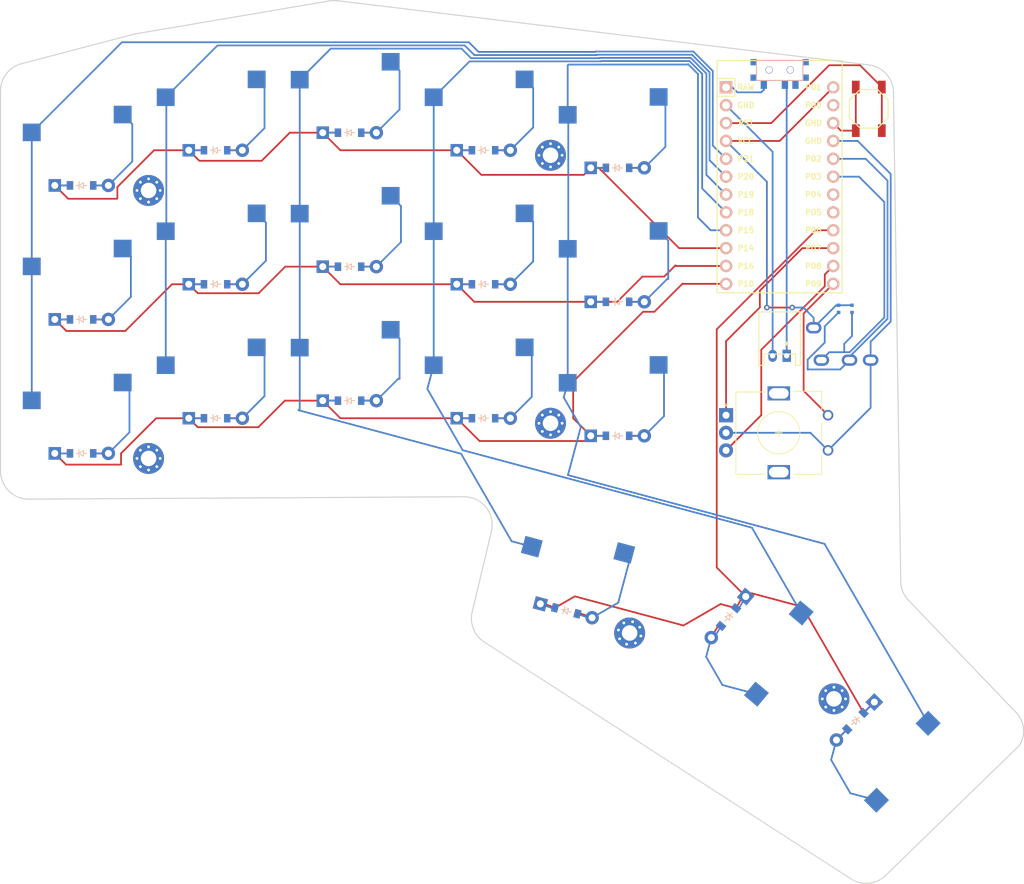
<source format=kicad_pcb>
(kicad_pcb (version 20221018) (generator pcbnew)
  (title_block (title "juubo_left") (rev "v1.0.0") (company "Unknown"))
  (layers (0 "F.Cu" signal) (31 "B.Cu" signal) (34 "B.Paste" user) (35 "F.Paste" user) (36 "B.SilkS" user "B.Silkscreen") (37 "F.SilkS" user "F.Silkscreen") (38 "B.Mask" user) (39 "F.Mask" user) (44 "Edge.Cuts" user))
  (net 0 "")
  (net 1 "P9")
  (net 2 "GND")
  (net 3 "P7")
  (net 4 "P8")
  (net 5 "P21")
  (net 6 "pinky_bottom")
  (net 7 "pinky_home")
  (net 8 "pinky_top")
  (net 9 "P20")
  (net 10 "ring_bottom")
  (net 11 "ring_home")
  (net 12 "ring_top")
  (net 13 "P19")
  (net 14 "middle_bottom")
  (net 15 "middle_home")
  (net 16 "middle_top")
  (net 17 "P18")
  (net 18 "index_bottom")
  (net 19 "index_home")
  (net 20 "index_top")
  (net 21 "P15")
  (net 22 "inner_bottom")
  (net 23 "inner_home")
  (net 24 "inner_top")
  (net 25 "layer_cluster")
  (net 26 "space_cluster")
  (net 27 "extra_cluster")
  (net 28 "P10")
  (net 29 "P16")
  (net 30 "P14")
  (net 31 "P6")
  (net 32 "RAW")
  (net 33 "RST")
  (net 34 "VCC")
  (net 35 "P0")
  (net 36 "P2")
  (net 37 "P3")
  (net 38 "P4")
  (net 39 "P5")
  (net 40 "B+")
  (footprint "E73:SPDT_C128955" (layer "F.Cu") (at 187.613786 48.4125)
    (fp_text reference "T1" hide)
    (fp_text value "" hide)
  )
  (footprint "E73:SW_TACT_ALPS_SKQGABE010" (layer "F.Cu") (at 200.291286 53.94591 90)
    (fp_text reference "B1" hide)
    (fp_text value "" hide)
  )
  (footprint "JST_PH_S2B-PH-K_02x2.00mm_Angled" (layer "F.Cu") (at 187.613785 89.063409 180)
    (fp_text reference "JST1" hide)
    (fp_text value "" hide)
  )
  (footprint "ComboDiode" (layer "F.Cu") (at 107.413787 97.935909)
    (fp_text reference "D4" hide)
    (fp_text value "" hide)
  )
  (footprint "MX" (layer "F.Cu") (at 126.463783 52.335909)
    (fp_text reference "S9" hide)
    (fp_text value "" hide)
  )
  (footprint "ComboDiode" (layer "F.Cu") (at 107.413784 59.835912)
    (fp_text reference "D6" hide)
    (fp_text value "" hide)
  )
  (footprint "TRRS-PJ-320A-dual" (layer "F.Cu") (at 203.748785 89.673409 -90)
    (fp_text reference "TRRS1")
    (fp_text value "TRRS-PJ-320A-dual")
  )
  (footprint "ComboDiode" (layer "F.Cu") (at 107.413783 78.885908)
    (fp_text reference "D5" hide)
    (fp_text value "" hide)
  )
  (footprint "MX" (layer "F.Cu") (at 88.363786 97.935909)
    (fp_text reference "S1" hide)
    (fp_text value "" hide)
  )
  (footprint "MX" (layer "F.Cu") (at 107.413785 54.83591)
    (fp_text reference "S6" hide)
    (fp_text value "" hide)
  )
  (footprint "ComboDiode" (layer "F.Cu") (at 164.563785 62.335911)
    (fp_text reference "D15" hide)
    (fp_text value "" hide)
  )
  (footprint "MX" (layer "F.Cu") (at 126.463784 90.435911)
    (fp_text reference "S7" hide)
    (fp_text value "" hide)
  )
  (footprint "MX" (layer "F.Cu") (at 145.513785 92.93591)
    (fp_text reference "S10" hide)
    (fp_text value "" hide)
  )
  (footprint "MountingHole_2.2mm_M2_Pad_Via" (layer "F.Cu") (at 155.038789 60.55091)
    (fp_text reference "_2" hide)
    (fp_text value "")
  )
  (footprint "rotary_encoder" (layer "F.Cu") (at 187.613785 100.045912)
    (fp_text reference "ROT1" hide)
    (fp_text value "")
  )
  (footprint "ComboDiode" (layer "F.Cu") (at 126.463784 76.385911)
    (fp_text reference "D8" hide)
    (fp_text value "" hide)
  )
  (footprint "ComboDiode" (layer "F.Cu") (at 126.463784 57.33591)
    (fp_text reference "D9" hide)
    (fp_text value "" hide)
  )
  (footprint "ComboDiode" (layer "F.Cu") (at 145.513784 78.88591)
    (fp_text reference "D11" hide)
    (fp_text value "" hide)
  )
  (footprint "MX" (layer "F.Cu") (at 158.563786 120.485912 -15)
    (fp_text reference "S16" hide)
    (fp_text value "" hide)
  )
  (footprint "ComboDiode" (layer "F.Cu") (at 88.363784 102.935911)
    (fp_text reference "D1" hide)
    (fp_text value "" hide)
  )
  (footprint "ComboDiode" (layer "F.Cu") (at 145.513785 97.935908)
    (fp_text reference "D10" hide)
    (fp_text value "" hide)
  )
  (footprint "ComboDiode" (layer "F.Cu") (at 164.563786 81.38591)
    (fp_text reference "D14" hide)
    (fp_text value "" hide)
  )
  (footprint "MountingHole_2.2mm_M2_Pad_Via" (layer "F.Cu") (at 155.038784 98.650911)
    (fp_text reference "_6" hide)
    (fp_text value "")
  )
  (footprint "ComboDiode" (layer "F.Cu") (at 126.463785 95.435911)
    (fp_text reference "D7" hide)
    (fp_text value "" hide)
  )
  (footprint "ProMicro" (layer "F.Cu") (at 187.613787 64.860909 -90)
    (fp_text reference "MCU1" hide)
    (fp_text value "" hide)
  )
  (footprint "MX" (layer "F.Cu") (at 145.513787 54.835911)
    (fp_text reference "S12" hide)
    (fp_text value "" hide)
  )
  (footprint "MX" (layer "F.Cu") (at 88.363785 59.835911)
    (fp_text reference "S3" hide)
    (fp_text value "" hide)
  )
  (footprint "MX" (layer "F.Cu") (at 145.513785 73.885909)
    (fp_text reference "S11" hide)
    (fp_text value "" hide)
  )
  (footprint "MountingHole_2.2mm_M2_Pad_Via" (layer "F.Cu") (at 97.888786 103.650911)
    (fp_text reference "_3" hide)
    (fp_text value "")
  )
  (footprint "MX" (layer "F.Cu") (at 184.174439 129.418819 -130)
    (fp_text reference "S17" hide)
    (fp_text value "" hide)
  )
  (footprint "MountingHole_2.2mm_M2_Pad_Via" (layer "F.Cu") (at 195.333274 137.833274 -135)
    (fp_text reference "_5" hide)
    (fp_text value "")
  )
  (footprint "ComboDiode" (layer "F.Cu") (at 88.363786 64.835909)
    (fp_text reference "D3" hide)
    (fp_text value "" hide)
  )
  (footprint "ComboDiode" (layer "F.Cu") (at 157.269692 125.315539 -15)
    (fp_text reference "D16" hide)
    (fp_text value "" hide)
  )
  (footprint "ComboDiode" (layer "F.Cu") (at 88.363785 83.885911)
    (fp_text reference "D2" hide)
    (fp_text value "" hide)
  )
  (footprint "MX" (layer "F.Cu") (at 201.918989 144.526213 -135)
    (fp_text reference "S18" hide)
    (fp_text value "" hide)
  )
  (footprint "MountingHole_2.2mm_M2_Pad_Via" (layer "F.Cu") (at 166.28508 128.47143 -15)
    (fp_text reference "_4" hide)
    (fp_text value "")
  )
  (footprint "ComboDiode" (layer "F.Cu") (at 164.563786 100.43591)
    (fp_text reference "D13" hide)
    (fp_text value "" hide)
  )
  (footprint "MX" (layer "F.Cu") (at 107.413786 92.935912)
    (fp_text reference "S4" hide)
    (fp_text value "" hide)
  )
  (footprint "MountingHole_2.2mm_M2_Pad_Via" (layer "F.Cu") (at 97.888787 65.55091)
    (fp_text reference "_1" hide)
    (fp_text value "")
  )
  (footprint "MX" (layer "F.Cu") (at 88.363785 78.885908)
    (fp_text reference "S2" hide)
    (fp_text value "" hide)
  )
  (footprint "MX" (layer "F.Cu") (at 164.563785 57.335911)
    (fp_text reference "S15" hide)
    (fp_text value "" hide)
  )
  (footprint "MX" (layer "F.Cu") (at 126.463787 71.385911)
    (fp_text reference "S8" hide)
    (fp_text value "" hide)
  )
  (footprint "ComboDiode" (layer "F.Cu") (at 198.383457 140.990682 -135)
    (fp_text reference "D18" hide)
    (fp_text value "" hide)
  )
  (footprint "MX" (layer "F.Cu") (at 164.563783 76.385911)
    (fp_text reference "S14" hide)
    (fp_text value "" hide)
  )
  (footprint "ComboDiode" (layer "F.Cu") (at 180.344219 126.204878 -130)
    (fp_text reference "D17" hide)
    (fp_text value "" hide)
  )
  (footprint "MX" (layer "F.Cu") (at 107.413784 73.88591)
    (fp_text reference "S5" hide)
    (fp_text value "" hide)
  )
  (footprint "MX" (layer "F.Cu") (at 164.563786 95.435911)
    (fp_text reference "S13" hide)
    (fp_text value "" hide)
  )
  (footprint "ComboDiode" (layer "F.Cu") (at 145.513787 59.835909)
    (fp_text reference "D12" hide)
    (fp_text value "" hide)
  )
  (footprint "RES_ERJ2RKF4701X" (layer "B.Cu") (at 197.901286 82.385911 -90)
    (fp_text reference "DISP1" hide)
    (fp_text value "RES_ERJ2RKF4701X")
  )
  (footprint "RES_ERJ2RKF4701X" (layer "B.Cu") (at 195.996287 82.385909 -90)
    (fp_text reference "DISP2" hide)
    (fp_text value "RES_ERJ2RKF4701X")
  )
  (gr_arc (start 142.722221 109.098913) (mid 145.877217 110.612025) (end 146.634761 114.028112) (stroke (width 0.15)) (layer "Edge.Cuts"))
  (gr_arc (start 95.717823 43.355782) (mid 95.889609 43.314727) (end 96.063039 43.281294) (stroke (width 0.15)) (layer "Edge.Cuts"))
  (gr_arc (start 123.58592 38.603279) (mid 124.159797 38.547878) (end 124.735675 38.575565) (stroke (width 0.15)) (layer "Edge.Cuts"))
  (gr_line (start 96.063039 43.281294) (end 123.58592 38.603279) (stroke (width 0.15)) (layer "Edge.Cuts"))
  (gr_line (start 142.722221 109.098913) (end 80.860764 109.438811) (stroke (width 0.15)) (layer "Edge.Cuts"))
  (gr_line (start 197.688861 163.388522) (end 145.621497 129.763273) (stroke (width 0.15)) (layer "Edge.Cuts"))
  (gr_arc (start 80.860763 109.438813) (mid 78.018185 108.27504) (end 76.838785 105.438871) (stroke (width 0.15)) (layer "Edge.Cuts"))
  (gr_line (start 203.800645 51.608921) (end 204.832746 121.127688) (stroke (width 0.15)) (layer "Edge.Cuts"))
  (gr_line (start 205.945229 123.836839) (end 221.356715 139.908255) (stroke (width 0.15)) (layer "Edge.Cuts"))
  (gr_arc (start 76.838784 51.396523) (mid 77.67162 48.953369) (end 79.823311 47.527571) (stroke (width 0.15)) (layer "Edge.Cuts"))
  (gr_line (start 124.735675 38.575565) (end 200.280578 47.697146) (stroke (width 0.15)) (layer "Edge.Cuts"))
  (gr_arc (start 205.945229 123.836839) (mid 205.132139 122.587738) (end 204.832746 121.127688) (stroke (width 0.15)) (layer "Edge.Cuts"))
  (gr_arc (start 200.280578 47.697143) (mid 202.774498 48.99265) (end 203.800645 51.608921) (stroke (width 0.15)) (layer "Edge.Cuts"))
  (gr_line (start 202.748997 162.877717) (end 221.659673 144.499586) (stroke (width 0.15)) (layer "Edge.Cuts"))
  (gr_arc (start 145.621497 129.763273) (mid 144.079016 127.892173) (end 143.900962 125.473809) (stroke (width 0.15)) (layer "Edge.Cuts"))
  (gr_line (start 76.838785 105.438871) (end 76.838784 51.396523) (stroke (width 0.15)) (layer "Edge.Cuts"))
  (gr_line (start 79.823311 47.527571) (end 95.717823 43.355782) (stroke (width 0.15)) (layer "Edge.Cuts"))
  (gr_line (start 143.900962 125.473809) (end 146.634761 114.028112) (stroke (width 0.15)) (layer "Edge.Cuts"))
  (gr_arc (start 202.748997 162.877717) (mid 200.311135 164.046527) (end 197.688861 163.388522) (stroke (width 0.15)) (layer "Edge.Cuts"))
  (gr_arc (start 221.356714 139.908256) (mid 222.292209 142.152188) (end 221.659673 144.499586) (stroke (width 0.15)) (layer "Edge.Cuts"))
  (segment (start 191.023785 94.035912) (end 191.023785 83.040911) (width 0.25) (layer "F.Cu") (net 1))
  (segment (start 194.493785 97.505912) (end 191.023785 94.035912) (width 0.25) (layer "F.Cu") (net 1))
  (segment (start 191.023785 83.040911) (end 195.233787 78.830909) (width 0.25) (layer "F.Cu") (net 1))
  (segment (start 198.441286 57.04591) (end 196.308788 57.04591) (width 0.25) (layer "F.Cu") (net 2))
  (segment (start 198.441286 57.04591) (end 198.441286 50.84591) (width 0.25) (layer "F.Cu") (net 2))
  (segment (start 196.308788 57.04591) (end 195.233787 55.970909) (width 0.25) (layer "F.Cu") (net 2))
  (segment (start 203.4 84.2) (end 203.4 63.2) (width 0.25) (layer "B.Cu") (net 2))
  (segment (start 194.493785 102.505912) (end 200.548785 96.450912) (width 0.25) (layer "B.Cu") (net 2))
  (segment (start 198.710909 58.510909) (end 195.233787 58.510909) (width 0.25) (layer "B.Cu") (net 2))
  (segment (start 179.993785 100.005912) (end 191.993785 100.005912) (width 0.25) (layer "B.Cu") (net 2))
  (segment (start 186.613785 60.050907) (end 179.993787 53.430909) (width 0.25) (layer "B.Cu") (net 2))
  (segment (start 191.993785 100.005912) (end 194.493785 102.505912) (width 0.25) (layer "B.Cu") (net 2))
  (segment (start 200.548785 96.450912) (end 200.548785 89.673409) (width 0.25) (layer "B.Cu") (net 2))
  (segment (start 203.4 63.2) (end 198.710909 58.510909) (width 0.25) (layer "B.Cu") (net 2))
  (segment (start 200.548785 87.051215) (end 203.4 84.2) (width 0.25) (layer "B.Cu") (net 2))
  (segment (start 186.613785 89.063409) (end 186.613785 60.050907) (width 0.25) (layer "B.Cu") (net 2))
  (segment (start 200.548785 89.673409) (end 200.548785 87.051215) (width 0.25) (layer "B.Cu") (net 2))
  (segment (start 179.993785 97.505912) (end 179.993785 86.98091) (width 0.25) (layer "F.Cu") (net 3))
  (segment (start 184.8 82.174695) (end 184.8 79.8) (width 0.25) (layer "F.Cu") (net 3))
  (segment (start 190.849091 73.750909) (end 195.233787 73.750909) (width 0.25) (layer "F.Cu") (net 3))
  (segment (start 179.993785 86.98091) (end 184.8 82.174695) (width 0.25) (layer "F.Cu") (net 3))
  (segment (start 184.8 79.8) (end 190.849091 73.750909) (width 0.25) (layer "F.Cu") (net 3))
  (segment (start 179.993785 102.505912) (end 185 97.499697) (width 0.25) (layer "F.Cu") (net 4))
  (segment (start 194.032487 77.492209) (end 195.233787 76.290909) (width 0.25) (layer "F.Cu") (net 4))
  (segment (start 194.032487 79.167513) (end 194.032487 77.492209) (width 0.25) (layer "F.Cu") (net 4))
  (segment (start 185 97.499697) (end 185 88.2) (width 0.25) (layer "F.Cu") (net 4))
  (segment (start 185 88.2) (end 194.032487 79.167513) (width 0.25) (layer "F.Cu") (net 4))
  (segment (start 144.8 45.85) (end 161.4 45.85) (width 0.25) (layer "B.Cu") (net 5))
  (segment (start 81.278785 57.295911) (end 81.278786 76.345909) (width 0.25) (layer "B.Cu") (net 5))
  (segment (start 81.278785 57.295911) (end 94.093787 44.480909) (width 0.25) (layer "B.Cu") (net 5))
  (segment (start 175.345584 45.8) (end 178.1 48.554416) (width 0.25) (layer "B.Cu") (net 5))
  (segment (start 178.1 48.554416) (end 178.1 59.157122) (width 0.25) (layer "B.Cu") (net 5))
  (segment (start 94.093787 44.480909) (end 143.430909 44.480909) (width 0.25) (layer "B.Cu") (net 5))
  (segment (start 161.45 45.8) (end 175.345584 45.8) (width 0.25) (layer "B.Cu") (net 5))
  (segment (start 143.430909 44.480909) (end 144.8 45.85) (width 0.25) (layer "B.Cu") (net 5))
  (segment (start 161.4 45.85) (end 161.45 45.8) (width 0.25) (layer "B.Cu") (net 5))
  (segment (start 178.1 59.157122) (end 179.993787 61.050909) (width 0.25) (layer "B.Cu") (net 5))
  (segment (start 81.278786 76.345909) (end 81.278787 95.39591) (width 0.25) (layer "B.Cu") (net 5))
  (segment (start 90.013783 102.93591) (end 92.173783 102.935911) (width 0.25) (layer "F.Cu") (net 6))
  (segment (start 95.172232 93.822356) (end 94.205786 92.85591) (width 0.25) (layer "B.Cu") (net 6))
  (segment (start 92.173784 102.93591) (end 95.172232 99.937463) (width 0.25) (layer "B.Cu") (net 6))
  (segment (start 92.173783 102.935911) (end 90.013783 102.93591) (width 0.25) (layer "B.Cu") (net 6))
  (segment (start 95.172232 99.937463) (end 95.172232 93.822356) (width 0.25) (layer "B.Cu") (net 6))
  (segment (start 92.173785 83.885908) (end 90.013785 83.885908) (width 0.25) (layer "F.Cu") (net 7))
  (segment (start 90.013785 83.885908) (end 92.173785 83.885908) (width 0.25) (layer "B.Cu") (net 7))
  (segment (start 95.372232 80.687464) (end 95.372231 74.972355) (width 0.25) (layer "B.Cu") (net 7))
  (segment (start 92.173786 83.885911) (end 95.372232 80.687464) (width 0.25) (layer "B.Cu") (net 7))
  (segment (start 95.372231 74.972355) (end 94.205786 73.805909) (width 0.25) (layer "B.Cu") (net 7))
  (segment (start 90.013784 64.835913) (end 92.173786 64.835909) (width 0.25) (layer "F.Cu") (net 8))
  (segment (start 95.572232 61.437463) (end 95.572232 56.122358) (width 0.25) (layer "B.Cu") (net 8))
  (segment (start 95.572232 56.122358) (end 94.205785 54.755911) (width 0.25) (layer "B.Cu") (net 8))
  (segment (start 92.173786 64.835909) (end 90.013784 64.835913) (width 0.25) (layer "B.Cu") (net 8))
  (segment (start 92.173786 64.835909) (end 95.572232 61.437463) (width 0.25) (layer "B.Cu") (net 8))
  (segment (start 177.65 48.740812) (end 177.65 61.247122) (width 0.25) (layer "B.Cu") (net 9))
  (segment (start 100.328784 90.395909) (end 100.328785 90.395912) (width 0.25) (layer "B.Cu") (net 9))
  (segment (start 100.413788 52.380911) (end 100.413787 71.260908) (width 0.25) (layer "B.Cu") (net 9))
  (segment (start 107.693786 44.930909) (end 142.830909 44.930909) (width 0.25) (layer "B.Cu") (net 9))
  (segment (start 100.328783 71.345911) (end 100.328784 90.395909) (width 0.25) (layer "B.Cu") (net 9))
  (segment (start 161.6 46.3) (end 161.65 46.25) (width 0.25) (layer "B.Cu") (net 9))
  (segment (start 100.413787 71.260908) (end 100.328783 71.345911) (width 0.25) (layer "B.Cu") (net 9))
  (segment (start 100.328785 52.29591) (end 100.413788 52.380911) (width 0.25) (layer "B.Cu") (net 9))
  (segment (start 177.65 61.247122) (end 179.993787 63.590909) (width 0.25) (layer "B.Cu") (net 9))
  (segment (start 161.65 46.25) (end 175.159188 46.25) (width 0.25) (layer "B.Cu") (net 9))
  (segment (start 175.159188 46.25) (end 177.65 48.740812) (width 0.25) (layer "B.Cu") (net 9))
  (segment (start 142.830909 44.930909) (end 144.2 46.3) (width 0.25) (layer "B.Cu") (net 9))
  (segment (start 100.328785 52.29591) (end 107.693786 44.930909) (width 0.25) (layer "B.Cu") (net 9))
  (segment (start 144.2 46.3) (end 161.6 46.3) (width 0.25) (layer "B.Cu") (net 9))
  (segment (start 111.223787 97.93591) (end 109.063785 97.93591) (width 0.25) (layer "F.Cu") (net 10))
  (segment (start 114.372232 94.787465) (end 114.372231 88.972358) (width 0.25) (layer "B.Cu") (net 10))
  (segment (start 111.223787 97.93591) (end 114.372232 94.787465) (width 0.25) (layer "B.Cu") (net 10))
  (segment (start 109.063785 97.93591) (end 111.223787 97.93591) (width 0.25) (layer "B.Cu") (net 10))
  (segment (start 114.372231 88.972358) (end 113.255787 87.855911) (width 0.25) (layer "B.Cu") (net 10))
  (segment (start 109.063783 78.88591) (end 111.223784 78.885908) (width 0.25) (layer "F.Cu") (net 11))
  (segment (start 114.572232 75.537461) (end 114.572231 70.122359) (width 0.25) (layer "B.Cu") (net 11))
  (segment (start 111.223783 78.88591) (end 114.572232 75.537461) (width 0.25) (layer "B.Cu") (net 11))
  (segment (start 114.572231 70.122359) (end 113.255784 68.805911) (width 0.25) (layer "B.Cu") (net 11))
  (segment (start 111.223784 78.885908) (end 109.063783 78.88591) (width 0.25) (layer "B.Cu") (net 11))
  (segment (start 111.223787 59.835909) (end 109.063786 59.835908) (width 0.25) (layer "F.Cu") (net 12))
  (segment (start 114.372231 50.872356) (end 113.255785 49.755909) (width 0.25) (layer "B.Cu") (net 12))
  (segment (start 109.063786 59.835908) (end 111.223787 59.835909) (width 0.25) (layer "B.Cu") (net 12))
  (segment (start 111.223783 59.835912) (end 114.372232 56.687464) (width 0.25) (layer "B.Cu") (net 12))
  (segment (start 114.372232 56.687464) (end 114.372231 50.872356) (width 0.25) (layer "B.Cu") (net 12))
  (segment (start 119.378787 87.895908) (end 119.378784 87.895911) (width 0.25) (layer "B.Cu") (net 13))
  (segment (start 174.972792 46.7) (end 177.2 48.927208) (width 0.25) (layer "B.Cu") (net 13))
  (segment (start 143.75 46.75) (end 162 46.75) (width 0.25) (layer "B.Cu") (net 13))
  (segment (start 142.323172 102.987514) (end 119.2 96.791679) (width 0.25) (layer "B.Cu") (net 13))
  (segment (start 162.05 46.7) (end 174.972792 46.7) (width 0.25) (layer "B.Cu") (net 13))
  (segment (start 142.380909 45.380909) (end 143.75 46.75) (width 0.25) (layer "B.Cu") (net 13))
  (segment (start 177.2 63.337122) (end 179.993787 66.130909) (width 0.25) (layer "B.Cu") (net 13))
  (segment (start 162 46.75) (end 162.05 46.7) (width 0.25) (layer "B.Cu") (net 13))
  (segment (start 119.378783 49.795908) (end 119.378784 68.845909) (width 0.25) (layer "B.Cu") (net 13))
  (segment (start 119.2 96.791679) (end 119.378784 96.612895) (width 0.25) (layer "B.Cu") (net 13))
  (segment (start 119.378787 68.845912) (end 119.378787 87.895908) (width 0.25) (layer "B.Cu") (net 13))
  (segment (start 119.378784 68.845909) (end 119.378787 68.845912) (width 0.25) (layer "B.Cu") (net 13))
  (segment (start 119.378784 96.612895) (end 119.378784 87.895911) (width 0.25) (layer "B.Cu") (net 13))
  (segment (start 177.2 48.927208) (end 177.2 63.337122) (width 0.25) (layer "B.Cu") (net 13))
  (segment (start 152.377603 116.198728) (end 149.506511 115.429421) (width 0.25) (layer "B.Cu") (net 13))
  (segment (start 149.506511 115.429421) (end 142.323172 102.987514) (width 0.25) (layer "B.Cu") (net 13))
  (segment (start 119.378783 49.795909) (end 123.793783 45.380909) (width 0.25) (layer "B.Cu") (net 13))
  (segment (start 123.793783 45.380909) (end 142.380909 45.380909) (width 0.25) (layer "B.Cu") (net 13))
  (segment (start 128.113785 95.435911) (end 130.273787 95.435911) (width 0.25) (layer "F.Cu") (net 14))
  (segment (start 133.377376 92.332319) (end 133.572232 92.33232) (width 0.25) (layer "B.Cu") (net 14))
  (segment (start 130.273785 95.435911) (end 133.377376 92.332319) (width 0.25) (layer "B.Cu") (net 14))
  (segment (start 130.273787 95.435911) (end 128.113785 95.435911) (width 0.25) (layer "B.Cu") (net 14))
  (segment (start 133.572232 86.622358) (end 132.305785 85.355911) (width 0.25) (layer "B.Cu") (net 14))
  (segment (start 133.572232 92.33232) (end 133.572232 86.622358) (width 0.25) (layer "B.Cu") (net 14))
  (segment (start 130.273785 76.38591) (end 128.113784 76.385908) (width 0.25) (layer "F.Cu") (net 15))
  (segment (start 133.772232 67.772357) (end 132.305786 66.305912) (width 0.25) (layer "B.Cu") (net 15))
  (segment (start 133.772232 72.887463) (end 133.772232 67.772357) (width 0.25) (layer "B.Cu") (net 15))
  (segment (start 128.113784 76.385908) (end 130.273785 76.38591) (width 0.25) (layer "B.Cu") (net 15))
  (segment (start 130.273782 76.385911) (end 133.772232 72.887463) (width 0.25) (layer "B.Cu") (net 15))
  (segment (start 128.113785 57.33591) (end 130.273785 57.335911) (width 0.25) (layer "F.Cu") (net 16))
  (segment (start 133.572233 54.037462) (end 133.572232 48.522356) (width 0.25) (layer "B.Cu") (net 16))
  (segment (start 130.273785 57.335911) (end 128.113785 57.33591) (width 0.25) (layer "B.Cu") (net 16))
  (segment (start 133.572232 48.522356) (end 132.305784 47.255908) (width 0.25) (layer "B.Cu") (net 16))
  (segment (start 130.273786 57.33591) (end 133.572233 54.037462) (width 0.25) (layer "B.Cu") (net 16))
  (segment (start 162.25 47.15) (end 174.786396 47.15) (width 0.25) (layer "B.Cu") (net 17))
  (segment (start 143.524698 47.2) (end 162.2 47.2) (width 0.25) (layer "B.Cu") (net 17))
  (segment (start 183.673254 113.497832) (end 142.548975 102.478616) (width 0.25) (layer "B.Cu") (net 17))
  (segment (start 138.428785 71.34591) (end 138.428785 90.395912) (width 0.25) (layer "B.Cu") (net 17))
  (segment (start 142.548975 102.478616) (end 137.523544 93.774313) (width 0.25) (layer "B.Cu") (net 17))
  (segment (start 162.2 47.2) (end 162.25 47.15) (width 0.25) (layer "B.Cu") (net 17))
  (segment (start 176.6 65.277122) (end 179.993787 68.670909) (width 0.25) (layer "B.Cu") (net 17))
  (segment (start 174.786396 47.15) (end 176.6 48.963604) (width 0.25) (layer "B.Cu") (net 17))
  (segment (start 137.523544 93.774313) (end 138.428785 90.39591) (width 0.25) (layer "B.Cu") (net 17))
  (segment (start 176.6 48.963604) (end 176.6 65.277122) (width 0.25) (layer "B.Cu") (net 17))
  (segment (start 190.674343 125.624074) (end 183.673254 113.497832) (width 0.25) (layer "B.Cu") (net 17))
  (segment (start 138.428787 52.295911) (end 143.524698 47.2) (width 0.25) (layer "B.Cu") (net 17))
  (segment (start 138.428788 71.345906) (end 138.428785 71.34591) (width 0.25) (layer "B.Cu") (net 17))
  (segment (start 138.428787 52.295911) (end 138.428788 71.345906) (width 0.25) (layer "B.Cu") (net 17))
  (segment (start 149.323783 97.935911) (end 147.163785 97.93591) (width 0.25) (layer "F.Cu") (net 18))
  (segment (start 152.372231 88.872359) (end 151.355785 87.855912) (width 0.25) (layer "B.Cu") (net 18))
  (segment (start 149.323785 97.935911) (end 152.372232 94.887463) (width 0.25) (layer "B.Cu") (net 18))
  (segment (start 152.372232 94.887463) (end 152.372231 88.872359) (width 0.25) (layer "B.Cu") (net 18))
  (segment (start 147.163785 97.93591) (end 149.323783 97.935911) (width 0.25) (layer "B.Cu") (net 18))
  (segment (start 147.163786 78.885912) (end 149.323785 78.885907) (width 0.25) (layer "F.Cu") (net 19))
  (segment (start 152.572233 70.022357) (end 151.355784 68.805909) (width 0.25) (layer "B.Cu") (net 19))
  (segment (start 149.323784 78.885911) (end 152.572232 75.637464) (width 0.25) (layer "B.Cu") (net 19))
  (segment (start 149.323785 78.885907) (end 147.163786 78.885912) (width 0.25) (layer "B.Cu") (net 19))
  (segment (start 152.572232 75.637464) (end 152.572233 70.022357) (width 0.25) (layer "B.Cu") (net 19))
  (segment (start 149.323785 59.83591) (end 147.163785 59.835909) (width 0.25) (layer "F.Cu") (net 20))
  (segment (start 147.163785 59.835909) (end 149.323785 59.83591) (width 0.25) (layer "B.Cu") (net 20))
  (segment (start 152.572232 56.587463) (end 152.572232 50.972355) (width 0.25) (layer "B.Cu") (net 20))
  (segment (start 149.323786 59.835909) (end 152.572232 56.587463) (width 0.25) (layer "B.Cu") (net 20))
  (segment (start 152.572232 50.972355) (end 151.355786 49.755911) (width 0.25) (layer "B.Cu") (net 20))
  (segment (start 159.343048 99.192616) (end 157.513027 106.022347) (width 0.25) (layer "B.Cu") (net 21))
  (segment (start 157.478784 92.895908) (end 157.478786 92.89591) (width 0.25) (layer "B.Cu") (net 21))
  (segment (start 157.6 47.65) (end 174.55 47.65) (width 0.25) (layer "B.Cu") (net 21))
  (segment (start 157.563789 73.760904) (end 157.478783 73.845911) (width 0.25) (layer "B.Cu") (net 21))
  (segment (start 157.478785 47.771215) (end 157.6 47.65) (width 0.25) (layer "B.Cu") (net 21))
  (segment (start 157.478786 92.895911) (end 156.917357 94.991193) (width 0.25) (layer "B.Cu") (net 21))
  (segment (start 157.563789 54.880912) (end 157.563789 73.760904) (width 0.25) (layer "B.Cu") (net 21))
  (segment (start 156.917357 94.991193) (end 159.343048 99.192616) (width 0.25) (layer "B.Cu") (net 21))
  (segment (start 177.810909 71.210909) (end 179.993787 71.210909) (width 0.25) (layer "B.Cu") (net 21))
  (segment (start 157.478786 54.79591) (end 157.563789 54.880912) (width 0.25) (layer "B.Cu") (net 21))
  (segment (start 176 49) (end 176 69.4) (width 0.25) (layer "B.Cu") (net 21))
  (segment (start 176 69.4) (end 177.810909 71.210909) (width 0.25) (layer "B.Cu") (net 21))
  (segment (start 157.513027 106.022347) (end 193.99375 115.797328) (width 0.25) (layer "B.Cu") (net 21))
  (segment (start 157.478783 73.845911) (end 157.478784 92.895908) (width 0.25) (layer "B.Cu") (net 21))
  (segment (start 174.55 47.65) (end 174.6 47.6) (width 0.25) (layer "B.Cu") (net 21))
  (segment (start 174.6 47.6) (end 176 49) (width 0.25) (layer "B.Cu") (net 21))
  (segment (start 193.99375 115.797328) (end 208.724891 141.312414) (width 0.25) (layer "B.Cu") (net 21))
  (segment (start 157.478785 54.795911) (end 157.478785 47.771215) (width 0.25) (layer "B.Cu") (net 21))
  (segment (start 166.213786 100.435911) (end 168.373787 100.435911) (width 0.25) (layer "F.Cu") (net 22))
  (segment (start 171.172233 97.637464) (end 171.172233 91.122355) (width 0.25) (layer "B.Cu") (net 22))
  (segment (start 168.373787 100.435911) (end 166.213786 100.435911) (width 0.25) (layer "B.Cu") (net 22))
  (segment (start 171.172233 91.122355) (end 170.405786 90.355911) (width 0.25) (layer "B.Cu") (net 22))
  (segment (start 168.373786 100.435909) (end 171.172233 97.637464) (width 0.25) (layer "B.Cu") (net 22))
  (segment (start 168.373783 81.385909) (end 166.213787 81.38591) (width 0.25) (layer "F.Cu") (net 23))
  (segment (start 171.627376 78.13232) (end 171.772232 78.13232) (width 0.25) (layer "B.Cu") (net 23))
  (segment (start 168.373787 81.385909) (end 171.627376 78.13232) (width 0.25) (layer "B.Cu") (net 23))
  (segment (start 166.213787 81.38591) (end 168.373783 81.385909) (width 0.25) (layer "B.Cu") (net 23))
  (segment (start 171.772232 72.67236) (end 170.405781 71.305911) (width 0.25) (layer "B.Cu") (net 23))
  (segment (start 171.772232 78.13232) (end 171.772232 72.67236) (width 0.25) (layer "B.Cu") (net 23))
  (segment (start 166.213786 62.335911) (end 168.373784 62.33591) (width 0.25) (layer "F.Cu") (net 24))
  (segment (start 171.372232 53.222354) (end 170.405786 52.255911) (width 0.25) (layer "B.Cu") (net 24))
  (segment (start 168.373784 62.33591) (end 166.213786 62.335911) (width 0.25) (layer "B.Cu") (net 24))
  (segment (start 171.372232 59.337463) (end 171.372232 53.222354) (width 0.25) (layer "B.Cu") (net 24))
  (segment (start 168.373784 62.335911) (end 171.372232 59.337463) (width 0.25) (layer "B.Cu") (net 24))
  (segment (start 160.949869 126.30164) (end 159.104758 125.630075) (width 0.25) (layer "F.Cu") (net 25))
  (segment (start 159.104758 125.630075) (end 158.863468 125.74259) (width 0.25) (layer "F.Cu") (net 25))
  (segment (start 166.228349 118.315284) (end 165.521525 117.09103) (width 0.25) (layer "B.Cu") (net 25))
  (segment (start 160.949869 126.30164) (end 164.662805 124.157976) (width 0.25) (layer "B.Cu") (net 25))
  (segment (start 160.708577 126.414157) (end 160.949869 126.30164) (width 0.25) (layer "B.Cu") (net 25))
  (segment (start 164.662805 124.157976) (end 166.228349 118.315284) (width 0.25) (layer "B.Cu") (net 25))
  (segment (start 158.863468 125.74259) (end 160.708577 126.414157) (width 0.25) (layer "B.Cu") (net 25))
  (segment (start 178.771249 127.60614) (end 179.283619 127.468853) (width 0.25) (layer "F.Cu") (net 26))
  (segment (start 177.895197 129.123508) (end 178.771249 127.60614) (width 0.25) (layer "F.Cu") (net 26))
  (segment (start 178.407567 128.98622) (end 177.895197 129.123508) (width 0.25) (layer "B.Cu") (net 26))
  (segment (start 179.478079 135.864494) (end 184.310781 137.159412) (width 0.25) (layer "B.Cu") (net 26))
  (segment (start 177.895197 129.123507) (end 177.163265 131.855117) (width 0.25) (layer "B.Cu") (net 26))
  (segment (start 177.163265 131.855117) (end 179.478079 135.864494) (width 0.25) (layer "B.Cu") (net 26))
  (segment (start 179.283619 127.468853) (end 178.407567 128.98622) (width 0.25) (layer "B.Cu") (net 26))
  (segment (start 195.68938 143.68476) (end 197.216731 142.157409) (width 0.25) (layer "F.Cu") (net 27))
  (segment (start 197.672258 151.255701) (end 201.380174 152.249235) (width 0.25) (layer "B.Cu") (net 27))
  (segment (start 194.932349 146.510039) (end 197.672258 151.255701) (width 0.25) (layer "B.Cu") (net 27))
  (segment (start 195.68938 143.68476) (end 194.932349 146.510039) (width 0.25) (layer "B.Cu") (net 27))
  (segment (start 197.216731 142.157409) (end 195.68938 143.68476) (width 0.25) (layer "B.Cu") (net 27))
  (segment (start 84.553783 102.935909) (end 86.713786 102.935908) (width 0.25) (layer "F.Cu") (net 28))
  (segment (start 173.830909 78.830909) (end 179.993787 78.830909) (width 0.25) (layer "F.Cu") (net 28))
  (segment (start 160.753786 100.43591) (end 158.257886 97.94001) (width 0.25) (layer "F.Cu") (net 28))
  (segment (start 158.257886 92.740161) (end 168.198047 82.8) (width 0.25) (layer "F.Cu") (net 28))
  (segment (start 141.703785 97.935911) (end 144.943785 101.175911) (width 0.25) (layer "F.Cu") (net 28))
  (segment (start 105.763787 97.935909) (end 103.603785 97.935911) (width 0.25) (layer "F.Cu") (net 28))
  (segment (start 173.8 78.8) (end 173.830909 78.830909) (width 0.25) (layer "F.Cu") (net 28))
  (segment (start 122.653785 95.435911) (end 125.153786 97.93591) (width 0.25) (layer "F.Cu") (net 28))
  (segment (start 104.881287 99.213409) (end 113.491142 99.21341) (width 0.25) (layer "F.Cu") (net 28))
  (segment (start 98.968642 97.935909) (end 103.603786 97.93591) (width 0.25) (layer "F.Cu") (net 28))
  (segment (start 122.653786 95.435908) (end 124.813786 95.435911) (width 0.25) (layer "F.Cu") (net 28))
  (segment (start 143.863785 97.935912) (end 141.703785 97.93591) (width 0.25) (layer "F.Cu") (net 28))
  (segment (start 144.943785 101.175911) (end 160.013784 101.17591) (width 0.25) (layer "F.Cu") (net 28))
  (segment (start 160.013784 101.17591) (end 160.753786 100.43591) (width 0.25) (layer "F.Cu") (net 28))
  (segment (start 160.753786 100.435909) (end 162.913785 100.435908) (width 0.25) (layer "F.Cu") (net 28))
  (segment (start 168.198047 82.8) (end 169.8 82.8) (width 0.25) (layer "F.Cu") (net 28))
  (segment (start 169.8 82.8) (end 173.8 78.8) (width 0.25) (layer "F.Cu") (net 28))
  (segment (start 125.153786 97.93591) (end 141.703785 97.935911) (width 0.25) (layer "F.Cu") (net 28))
  (segment (start 103.603786 97.93591) (end 104.881287 99.213409) (width 0.25) (layer "F.Cu") (net 28))
  (segment (start 158.257886 97.94001) (end 158.257886 92.740161) (width 0.25) (layer "F.Cu") (net 28))
  (segment (start 113.491142 99.21341) (end 117.268641 95.435911) (width 0.25) (layer "F.Cu") (net 28))
  (segment (start 93.972231 104.53232) (end 93.972232 102.932319) (width 0.25) (layer "F.Cu") (net 28))
  (segment (start 86.150193 104.532319) (end 93.972231 104.53232) (width 0.25) (layer "F.Cu") (net 28))
  (segment (start 117.268641 95.435911) (end 122.653785 95.435911) (width 0.25) (layer "F.Cu") (net 28))
  (segment (start 84.553784 102.935911) (end 86.150193 104.532319) (width 0.25) (layer "F.Cu") (net 28))
  (segment (start 93.972232 102.932319) (end 98.968642 97.935909) (width 0.25) (layer "F.Cu") (net 28))
  (segment (start 103.603785 97.935911) (end 105.763787 97.935909) (width 0.25) (layer "B.Cu") (net 28))
  (segment (start 162.913785 100.435908) (end 160.753786 100.435909) (width 0.25) (layer "B.Cu") (net 28))
  (segment (start 124.813786 95.435911) (end 122.653786 95.435908) (width 0.25) (layer "B.Cu") (net 28))
  (segment (start 86.713786 102.935908) (end 84.553783 102.935909) (width 0.25) (layer "B.Cu") (net 28))
  (segment (start 141.703785 97.93591) (end 143.863785 97.935912) (width 0.25) (layer "B.Cu") (net 28))
  (segment (start 103.603785 78.88591) (end 105.763783 78.885912) (width 0.25) (layer "F.Cu") (net 29))
  (segment (start 171.2 77.8) (end 172.8 76.2) (width 0.25) (layer "F.Cu") (net 29))
  (segment (start 141.703785 78.885911) (end 144.203784 81.38591) (width 0.25) (layer "F.Cu") (net 29))
  (segment (start 172.8 76.2) (end 172.890909 76.290909) (width 0.25) (layer "F.Cu") (net 29))
  (segment (start 84.553785 83.885911) (end 86.200194 85.53232) (width 0.25) (layer "F.Cu") (net 29))
  (segment (start 141.703786 78.885911) (end 143.863785 78.885908) (width 0.25) (layer "F.Cu") (net 29))
  (segment (start 113.541142 80.16341) (end 117.318641 76.385911) (width 0.25) (layer "F.Cu") (net 29))
  (segment (start 86.713784 83.885909) (end 84.553785 83.885909) (width 0.25) (layer "F.Cu") (net 29))
  (segment (start 104.881283 80.16341) (end 113.541142 80.16341) (width 0.25) (layer "F.Cu") (net 29))
  (segment (start 172.890909 76.290909) (end 179.993787 76.290909) (width 0.25) (layer "F.Cu") (net 29))
  (segment (start 124.813784 76.385911) (end 122.653786 76.38591) (width 0.25) (layer "F.Cu") (net 29))
  (segment (start 122.653784 76.38591) (end 125.153784 78.88591) (width 0.25) (layer "F.Cu") (net 29))
  (segment (start 101.218642 78.885909) (end 103.603783 78.88591) (width 0.25) (layer "F.Cu") (net 29))
  (segment (start 162.913784 81.38591) (end 160.753786 81.385909) (width 0.25) (layer "F.Cu") (net 29))
  (segment (start 94.572231 85.53232) (end 101.218642 78.885909) (width 0.25) (layer "F.Cu") (net 29))
  (segment (start 125.153784 78.88591) (end 141.703785 78.885911) (width 0.25) (layer "F.Cu") (net 29))
  (segment (start 103.603783 78.88591) (end 104.881283 80.16341) (width 0.25) (layer "F.Cu") (net 29))
  (segment (start 168.099696 77.8) (end 171.2 77.8) (width 0.25) (layer "F.Cu") (net 29))
  (segment (start 144.203784 81.38591) (end 160.753786 81.38591) (width 0.25) (layer "F.Cu") (net 29))
  (segment (start 164.513786 81.38591) (end 168.099696 77.8) (width 0.25) (layer "F.Cu") (net 29))
  (segment (start 86.200194 85.53232) (end 94.572231 85.53232) (width 0.25) (layer "F.Cu") (net 29))
  (segment (start 160.753786 81.38591) (end 164.513786 81.38591) (width 0.25) (layer "F.Cu") (net 29))
  (segment (start 117.318641 76.385911) (end 122.653784 76.38591) (width 0.25) (layer "F.Cu") (net 29))
  (segment (start 160.753786 81.385909) (end 162.913784 81.38591) (width 0.25) (layer "B.Cu") (net 29))
  (segment (start 122.653786 76.38591) (end 124.813784 76.385911) (width 0.25) (layer "B.Cu") (net 29))
  (segment (start 105.763783 78.885912) (end 103.603785 78.88591) (width 0.25) (layer "B.Cu") (net 29))
  (segment (start 84.553785 83.885909) (end 86.713784 83.885909) (width 0.25) (layer "B.Cu") (net 29))
  (segment (start 143.863785 78.885908) (end 141.703786 78.885911) (width 0.25) (layer "B.Cu") (net 29))
  (segment (start 122.653788 57.335911) (end 124.813787 57.335909) (width 0.25) (layer "F.Cu") (net 30))
  (segment (start 84.553785 64.83591) (end 86.713786 64.835908) (width 0.25) (layer "F.Cu") (net 30))
  (segment (start 122.653785 57.33591) (end 125.153784 59.835909) (width 0.25) (layer "F.Cu") (net 30))
  (segment (start 93.451285 66.653265) (end 93.451287 65.053265) (width 0.25) (layer "F.Cu") (net 30))
  (segment (start 160.753783 62.335911) (end 162.913787 62.33591) (width 0.25) (layer "F.Cu") (net 30))
  (segment (start 98.66864 59.835912) (end 103.603784 59.835912) (width 0.25) (layer "F.Cu") (net 30))
  (segment (start 160.753785 62.335911) (end 161.892785 62.335911) (width 0.25) (layer "F.Cu") (net 30))
  (segment (start 143.863785 59.835911) (end 141.703787 59.835908) (width 0.25) (layer "F.Cu") (net 30))
  (segment (start 103.603784 59.835912) (end 105.100192 61.332319) (width 0.25) (layer "F.Cu") (net 30))
  (segment (start 117.968642 57.335909) (end 122.653785 57.33591) (width 0.25) (layer "F.Cu") (net 30))
  (segment (start 93.372232 66.73232) (end 93.451285 66.653265) (width 0.25) (layer "F.Cu") (net 30))
  (segment (start 113.972233 61.33232) (end 117.968642 57.335909) (width 0.25) (layer "F.Cu") (net 30))
  (segment (start 125.153784 59.835909) (end 141.703786 59.835909) (width 0.25) (layer "F.Cu") (net 30))
  (segment (start 84.553786 64.835908) (end 86.450197 66.732319) (width 0.25) (layer "F.Cu") (net 30))
  (segment (start 159.757375 63.33232) (end 160.753784 62.335911) (width 0.25) (layer "F.Cu") (net 30))
  (segment (start 105.763786 59.83591) (end 103.603785 59.835911) (width 0.25) (layer "F.Cu") (net 30))
  (segment (start 93.451287 65.053265) (end 98.66864 59.835912) (width 0.25) (layer "F.Cu") (net 30))
  (segment (start 86.450197 66.732319) (end 93.372232 66.73232) (width 0.25) (layer "F.Cu") (net 30))
  (segment (start 105.100192 61.332319) (end 113.972233 61.33232) (width 0.25) (layer "F.Cu") (net 30))
  (segment (start 141.703786 59.835909) (end 145.200197 63.33232) (width 0.25) (layer "F.Cu") (net 30))
  (segment (start 173.307783 73.750909) (end 179.993787 73.750909) (width 0.25) (layer "F.Cu") (net 30))
  (segment (start 145.200197 63.33232) (end 159.757375 63.33232) (width 0.25) (layer "F.Cu") (net 30))
  (segment (start 161.892785 62.335911) (end 173.307783 73.750909) (width 0.25) (layer "F.Cu") (net 30))
  (segment (start 162.913787 62.33591) (end 160.753783 62.335911) (width 0.25) (layer "B.Cu") (net 30))
  (segment (start 103.603785 59.835911) (end 105.763786 59.83591) (width 0.25) (layer "B.Cu") (net 30))
  (segment (start 84.553785 64.83591) (end 86.713786 64.835908) (width 0.25) (layer "B.Cu") (net 30))
  (segment (start 141.703787 59.835908) (end 143.863785 59.835911) (width 0.25) (layer "B.Cu") (net 30))
  (segment (start 124.813787 57.335909) (end 122.653788 57.335911) (width 0.25) (layer "B.Cu") (net 30))
  (segment (start 179.217524 124.354821) (end 181.404818 124.940903) (width 0.25) (layer "F.Cu") (net 31))
  (segment (start 155.675914 124.888487) (end 158.491324 123.263011) (width 0.25) (layer "F.Cu") (net 31))
  (segment (start 155.675914 124.888486) (end 153.830805 124.216921) (width 0.25) (layer "F.Cu") (net 31))
  (segment (start 178.668785 119.161794) (end 178.668785 85.294819) (width 0.25) (layer "F.Cu") (net 31))
  (segment (start 178.668785 85.294819) (end 192.752695 71.210909) (width 0.25) (layer "F.Cu") (net 31))
  (segment (start 182.79324 123.286249) (end 178.668785 119.161794) (width 0.25) (layer "F.Cu") (net 31))
  (segment (start 190.848424 124.752069) (end 199.550183 139.823957) (width 0.25) (layer "F.Cu") (net 31))
  (segment (start 158.491324 123.263011) (end 173.939207 127.402259) (width 0.25) (layer "F.Cu") (net 31))
  (segment (start 192.752695 71.210909) (end 195.233787 71.210909) (width 0.25) (layer "F.Cu") (net 31))
  (segment (start 181.404818 124.940904) (end 182.280869 123.423537) (width 0.25) (layer "F.Cu") (net 31))
  (segment (start 199.550183 139.823957) (end 201.077533 138.296606) (width 0.25) (layer "F.Cu") (net 31))
  (segment (start 182.79324 123.286248) (end 183.612546 122.813221) (width 0.25) (layer "F.Cu") (net 31))
  (segment (start 183.612546 122.813221) (end 190.848424 124.752069) (width 0.25) (layer "F.Cu") (net 31))
  (segment (start 173.939207 127.402259) (end 179.217524 124.354821) (width 0.25) (layer "F.Cu") (net 31))
  (segment (start 153.830805 124.216921) (end 153.589513 124.329439) (width 0.25) (layer "F.Cu") (net 31))
  (segment (start 182.280869 123.423537) (end 182.79324 123.286251) (width 0.25) (layer "F.Cu") (net 31))
  (segment (start 201.077533 138.296606) (end 199.550183 139.823957) (width 0.25) (layer "B.Cu") (net 31))
  (segment (start 155.434623 125.001004) (end 155.675914 124.888486) (width 0.25) (layer "B.Cu") (net 31))
  (segment (start 182.79324 123.286251) (end 181.917187 124.803616) (width 0.25) (layer "B.Cu") (net 31))
  (segment (start 181.917187 124.803616) (end 181.404818 124.940904) (width 0.25) (layer "B.Cu") (net 31))
  (segment (start 153.589513 124.329439) (end 155.434623 125.001004) (width 0.25) (layer "B.Cu") (net 31))
  (segment (start 181.6 51.6) (end 180.890909 50.890909) (width 0.25) (layer "B.Cu") (net 32))
  (segment (start 185.363786 51.236214) (end 185 51.6) (width 0.25) (layer "B.Cu") (net 32))
  (segment (start 180.890909 50.890909) (end 179.993787 50.890909) (width 0.25) (layer "B.Cu") (net 32))
  (segment (start 180.693785 50.190911) (end 179.993787 50.890909) (width 0.25) (layer "B.Cu") (net 32))
  (segment (start 185 51.6) (end 181.6 51.6) (width 0.25) (layer "B.Cu") (net 32))
  (segment (start 185.363786 50.4875) (end 185.363786 51.236214) (width 0.25) (layer "B.Cu") (net 32))
  (segment (start 202.141286 50.84591) (end 199.044757 47.749381) (width 0.25) (layer "F.Cu") (net 33))
  (segment (start 194.650619 47.749381) (end 186.429091 55.970909) (width 0.25) (layer "F.Cu") (net 33))
  (segment (start 186.429091 55.970909) (end 179.993787 55.970909) (width 0.25) (layer "F.Cu") (net 33))
  (segment (start 199.044757 47.749381) (end 194.650619 47.749381) (width 0.25) (layer "F.Cu") (net 33))
  (segment (start 202.141286 57.04591) (end 202.141286 50.84591) (width 0.25) (layer "F.Cu") (net 33))
  (segment (start 189.4 82.2) (end 185.8 82.2) (width 0.25) (layer "F.Cu") (net 34))
  (segment (start 195.233787 50.890909) (end 187.613787 58.510909) (width 0.25) (layer "F.Cu") (net 34))
  (segment (start 187.613787 58.510909) (end 179.993787 58.510909) (width 0.25) (layer "F.Cu") (net 34))
  (via (at 185.8 82.2) (size 0.8) (drill 0.4) (layers "F.Cu" "B.Cu") (net 34))
  (via (at 189.4 82.2) (size 0.8) (drill 0.4) (layers "F.Cu" "B.Cu") (net 34))
  (segment (start 191.2 82.4) (end 191 82.2) (width 0.25) (layer "B.Cu") (net 34))
  (segment (start 195.648285 81.873909) (end 192.448785 85.073409) (width 0.25) (layer "B.Cu") (net 34))
  (segment (start 191 82.2) (end 189.4 82.2) (width 0.25) (layer "B.Cu") (net 34))
  (segment (start 192.448785 83.648785) (end 191.2 82.4) (width 0.25) (layer "B.Cu") (net 34))
  (segment (start 195.996287 81.873909) (end 195.648285 81.873909) (width 0.25) (layer "B.Cu") (net 34))
  (segment (start 197.901286 81.873911) (end 195.996289 81.873911) (width 0.25) (layer "B.Cu") (net 34))
  (segment (start 179.993787 58.510909) (end 185.8 64.317122) (width 0.25) (layer "B.Cu") (net 34))
  (segment (start 185.8 64.317122) (end 185.8 82.2) (width 0.25) (layer "B.Cu") (net 34))
  (segment (start 195.996289 81.873911) (end 195.996287 81.873909) (width 0.25) (layer "B.Cu") (net 34))
  (segment (start 192.448785 85.073409) (end 192.448785 83.648785) (width 0.25) (layer "B.Cu") (net 34))
  (segment (start 189.4 82.2) (end 189.6 82.2) (width 0.25) (layer "B.Cu") (net 34))
  (segment (start 197.901286 89.320908) (end 197.548785 89.673409) (width 0.25) (layer "F.Cu") (net 36))
  (segment (start 197.548785 89.673409) (end 197.548785 89.201215) (width 0.25) (layer "B.Cu") (net 36))
  (segment (start 191.6 89.6) (end 191.6 91) (width 0.25) (layer "B.Cu") (net 36))
  (segment (start 196.222194 91) (end 197.548785 89.673409) (width 0.25) (layer "B.Cu") (net 36))
  (segment (start 202.95 83.8) (end 202.95 64.15) (width 0.25) (layer "B.Cu") (net 36))
  (segment (start 199.850909 61.050909) (end 195.233787 61.050909) (width 0.25) (layer "B.Cu") (net 36))
  (segment (start 194.023785 87.176215) (end 191.6 89.6) (width 0.25) (layer "B.Cu") (net 36))
  (segment (start 197.548785 89.201215) (end 202.95 83.8) (width 0.25) (layer "B.Cu") (net 36))
  (segment (start 191.6 91) (end 196.222194 91) (width 0.25) (layer "B.Cu") (net 36))
  (segment (start 195.996287 82.897909) (end 194.023785 84.870411) (width 0.25) (layer "B.Cu") (net 36))
  (segment (start 202.95 64.15) (end 199.850909 61.050909) (width 0.25) (layer "B.Cu") (net 36))
  (segment (start 194.023785 84.870411) (end 194.023785 87.176215) (width 0.25) (layer "B.Cu") (net 36))
  (segment (start 193.8 89.422194) (end 193.548785 89.673409) (width 0.25) (layer "F.Cu") (net 37))
  (segment (start 197.901286 82.897911) (end 197.901286 86.247123) (width 0.25) (layer "B.Cu") (net 37))
  (segment (start 202.5 83.613604) (end 202.5 67.2) (width 0.25) (layer "B.Cu") (net 37))
  (segment (start 193.548785 89.673409) (end 194.673785 88.548409) (width 0.25) (layer "B.Cu") (net 37))
  (segment (start 197.565195 88.548409) (end 202.5 83.613604) (width 0.25) (layer "B.Cu") (net 37))
  (segment (start 197.901286 86.247123) (end 196.8 87.348409) (width 0.25) (layer "B.Cu") (net 37))
  (segment (start 196.8 88.548409) (end 197.565195 88.548409) (width 0.25) (layer "B.Cu") (net 37))
  (segment (start 196.8 87.348409) (end 196.8 88.548409) (width 0.25) (layer "B.Cu") (net 37))
  (segment (start 202.5 67.2) (end 198.890909 63.590909) (width 0.25) (layer "B.Cu") (net 37))
  (segment (start 194.673785 88.548409) (end 196.8 88.548409) (width 0.25) (layer "B.Cu") (net 37))
  (segment (start 198.890909 63.590909) (end 195.233787 63.590909) (width 0.25) (layer "B.Cu") (net 37))
  (segment (start 188.613785 89.063409) (end 188.613785 50.737499) (width 0.25) (layer "B.Cu") (net 40))
  (segment (start 188.613785 50.44091) (end 188.363786 50.190911) (width 0.25) (layer "B.Cu") (net 40))
  (segment (start 188.613785 50.737499) (end 188.363786 50.4875) (width 0.25) (layer "B.Cu") (net 40))
)
</source>
